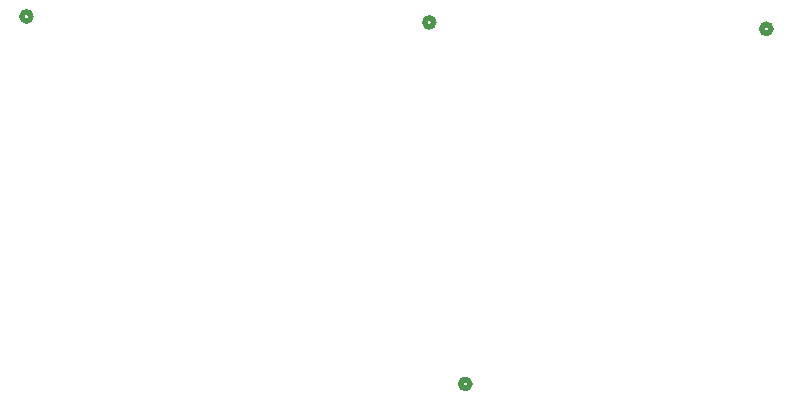
<source format=gbo>
G04*
G04 #@! TF.GenerationSoftware,Altium Limited,Altium Designer,22.10.1 (41)*
G04*
G04 Layer_Color=32896*
%FSLAX44Y44*%
%MOMM*%
G71*
G04*
G04 #@! TF.SameCoordinates,81D378FE-F234-499D-9AEC-098A348C0B8A*
G04*
G04*
G04 #@! TF.FilePolarity,Positive*
G04*
G01*
G75*
%ADD11C,0.5080*%
D11*
X288999Y414640D02*
G03*
X288999Y414640I-3810J0D01*
G01*
X630121Y409560D02*
G03*
X630121Y409560I-3810J0D01*
G01*
X660601Y103490D02*
G03*
X660601Y103490I-3810J0D01*
G01*
X915490Y404099D02*
G03*
X915490Y404099I-3810J0D01*
G01*
M02*

</source>
